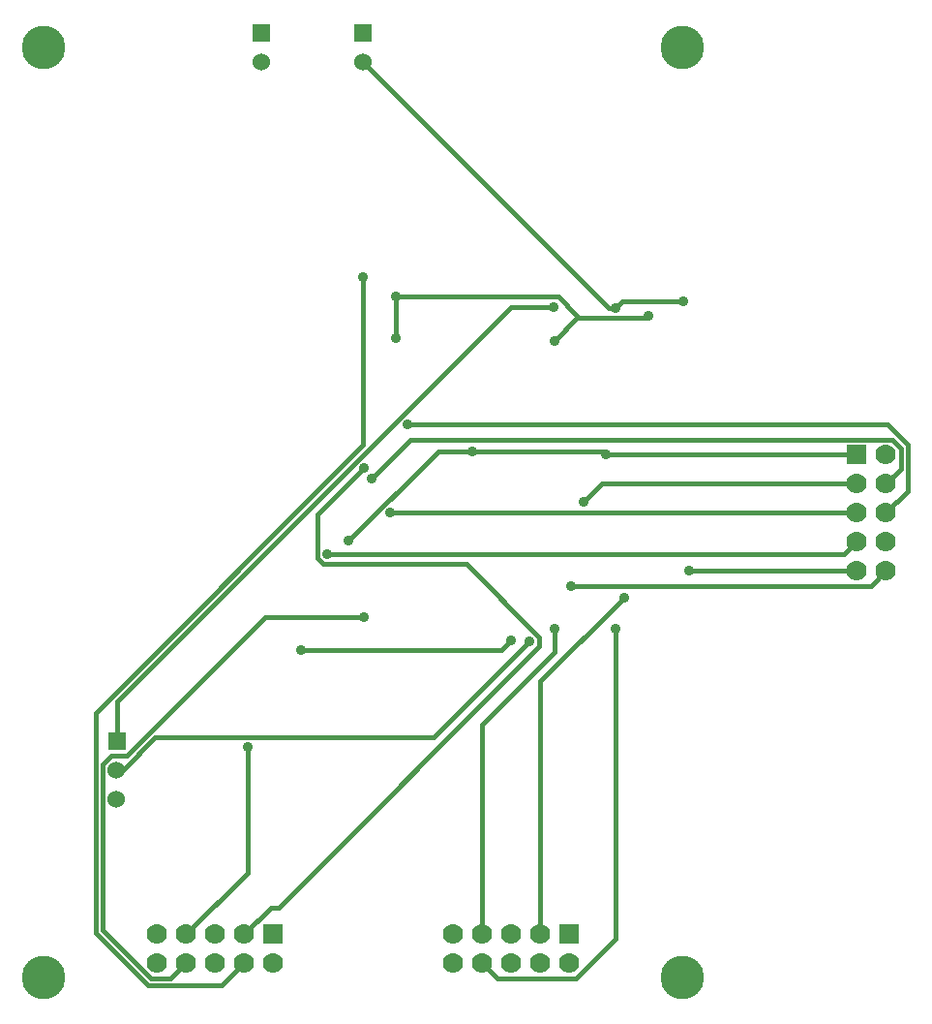
<source format=gbl>
G04 (created by PCBNEW (2013-jul-07)-stable) date Thu 17 Jan 2019 04:45:59 PM PST*
%MOIN*%
G04 Gerber Fmt 3.4, Leading zero omitted, Abs format*
%FSLAX34Y34*%
G01*
G70*
G90*
G04 APERTURE LIST*
%ADD10C,0.00590551*%
%ADD11R,0.06X0.06*%
%ADD12C,0.06*%
%ADD13R,0.07X0.07*%
%ADD14C,0.07*%
%ADD15C,0.15*%
%ADD16C,0.035*%
%ADD17C,0.015*%
G04 APERTURE END LIST*
G54D10*
G54D11*
X34010Y-55350D03*
G54D12*
X33980Y-56350D03*
X33980Y-57350D03*
G54D11*
X39000Y-31000D03*
G54D12*
X39000Y-32000D03*
G54D11*
X42500Y-31000D03*
G54D12*
X42500Y-32000D03*
G54D13*
X39400Y-62000D03*
G54D14*
X39400Y-63000D03*
X38400Y-62000D03*
X38400Y-63000D03*
X37400Y-62000D03*
X37400Y-63000D03*
X36400Y-62000D03*
X36400Y-63000D03*
X35400Y-62000D03*
X35400Y-63000D03*
G54D13*
X49600Y-62000D03*
G54D14*
X49600Y-63000D03*
X48600Y-62000D03*
X48600Y-63000D03*
X47600Y-62000D03*
X47600Y-63000D03*
X46600Y-62000D03*
X46600Y-63000D03*
X45600Y-62000D03*
X45600Y-63000D03*
G54D15*
X31500Y-31500D03*
X53500Y-31500D03*
X53500Y-63500D03*
X31500Y-63500D03*
G54D13*
X59500Y-45500D03*
G54D14*
X60500Y-45500D03*
X59500Y-46500D03*
X60500Y-46500D03*
X59500Y-47500D03*
X60500Y-47500D03*
X59500Y-48500D03*
X60500Y-48500D03*
X59500Y-49500D03*
X60500Y-49500D03*
G54D16*
X51187Y-40446D03*
X53509Y-40208D03*
X47600Y-51878D03*
X40352Y-52225D03*
X49054Y-40408D03*
X51197Y-51497D03*
X49076Y-51497D03*
X42519Y-45959D03*
X42481Y-39390D03*
X38518Y-55563D03*
X42505Y-51080D03*
X51492Y-50406D03*
X46241Y-45374D03*
X42000Y-48447D03*
X50840Y-45500D03*
X48234Y-51928D03*
X50097Y-47123D03*
X52326Y-40725D03*
X43629Y-40068D03*
X43607Y-41494D03*
X49076Y-41576D03*
X42785Y-46324D03*
X43427Y-47500D03*
X44008Y-44449D03*
X41258Y-48933D03*
X53706Y-49477D03*
X49637Y-50021D03*
G54D17*
X50946Y-40446D02*
X51187Y-40446D01*
X42500Y-32000D02*
X50946Y-40446D01*
X51425Y-40208D02*
X53509Y-40208D01*
X51187Y-40446D02*
X51425Y-40208D01*
X47252Y-52225D02*
X47600Y-51878D01*
X40352Y-52225D02*
X47252Y-52225D01*
X34010Y-55350D02*
X34010Y-54894D01*
X34010Y-53975D02*
X34010Y-54894D01*
X47576Y-40408D02*
X34010Y-53975D01*
X49054Y-40408D02*
X47576Y-40408D01*
X47124Y-63524D02*
X46600Y-63000D01*
X49821Y-63524D02*
X47124Y-63524D01*
X51197Y-62147D02*
X49821Y-63524D01*
X51197Y-51497D02*
X51197Y-62147D01*
X46600Y-54773D02*
X46600Y-62000D01*
X49076Y-52296D02*
X46600Y-54773D01*
X49076Y-51497D02*
X49076Y-52296D01*
X40920Y-47558D02*
X42519Y-45959D01*
X40920Y-49063D02*
X40920Y-47558D01*
X41121Y-49264D02*
X40920Y-49063D01*
X46038Y-49264D02*
X41121Y-49264D01*
X48566Y-51791D02*
X46038Y-49264D01*
X48566Y-52089D02*
X48566Y-51791D01*
X39579Y-61076D02*
X48566Y-52089D01*
X39323Y-61076D02*
X39579Y-61076D01*
X38400Y-62000D02*
X39323Y-61076D01*
X42481Y-45163D02*
X42481Y-39390D01*
X33270Y-54373D02*
X42481Y-45163D01*
X33270Y-61946D02*
X33270Y-54373D01*
X35092Y-63767D02*
X33270Y-61946D01*
X37632Y-63767D02*
X35092Y-63767D01*
X38400Y-63000D02*
X37632Y-63767D01*
X38518Y-59881D02*
X38518Y-55563D01*
X36400Y-62000D02*
X38518Y-59881D01*
X35865Y-63534D02*
X36400Y-63000D01*
X35200Y-63534D02*
X35865Y-63534D01*
X33524Y-61858D02*
X35200Y-63534D01*
X33524Y-56146D02*
X33524Y-61858D01*
X33820Y-55850D02*
X33524Y-56146D01*
X34358Y-55850D02*
X33820Y-55850D01*
X39127Y-51080D02*
X34358Y-55850D01*
X42505Y-51080D02*
X39127Y-51080D01*
X48600Y-53298D02*
X48600Y-62000D01*
X51492Y-50406D02*
X48600Y-53298D01*
X59500Y-45500D02*
X58994Y-45500D01*
X58994Y-45500D02*
X50840Y-45500D01*
X50715Y-45374D02*
X50840Y-45500D01*
X46241Y-45374D02*
X50715Y-45374D01*
X45073Y-45374D02*
X42000Y-48447D01*
X46241Y-45374D02*
X45073Y-45374D01*
X34210Y-56350D02*
X33980Y-56350D01*
X35327Y-55232D02*
X34210Y-56350D01*
X44929Y-55232D02*
X35327Y-55232D01*
X48234Y-51928D02*
X44929Y-55232D01*
X50720Y-46500D02*
X50097Y-47123D01*
X59500Y-46500D02*
X50720Y-46500D01*
X43629Y-41472D02*
X43607Y-41494D01*
X43629Y-40068D02*
X43629Y-41472D01*
X49861Y-40791D02*
X49076Y-41576D01*
X49861Y-40776D02*
X49861Y-40791D01*
X52275Y-40776D02*
X49861Y-40776D01*
X52326Y-40725D02*
X52275Y-40776D01*
X49206Y-40068D02*
X43629Y-40068D01*
X49861Y-40722D02*
X49206Y-40068D01*
X49861Y-40776D02*
X49861Y-40722D01*
X44133Y-44976D02*
X42785Y-46324D01*
X60703Y-44976D02*
X44133Y-44976D01*
X61015Y-45289D02*
X60703Y-44976D01*
X61015Y-45984D02*
X61015Y-45289D01*
X60500Y-46500D02*
X61015Y-45984D01*
X59500Y-47500D02*
X43427Y-47500D01*
X60537Y-44449D02*
X44008Y-44449D01*
X61246Y-45157D02*
X60537Y-44449D01*
X61246Y-46753D02*
X61246Y-45157D01*
X60500Y-47500D02*
X61246Y-46753D01*
X59066Y-48933D02*
X59500Y-48500D01*
X41258Y-48933D02*
X59066Y-48933D01*
X59477Y-49477D02*
X59500Y-49500D01*
X53706Y-49477D02*
X59477Y-49477D01*
X59978Y-50021D02*
X49637Y-50021D01*
X60500Y-49500D02*
X59978Y-50021D01*
M02*

</source>
